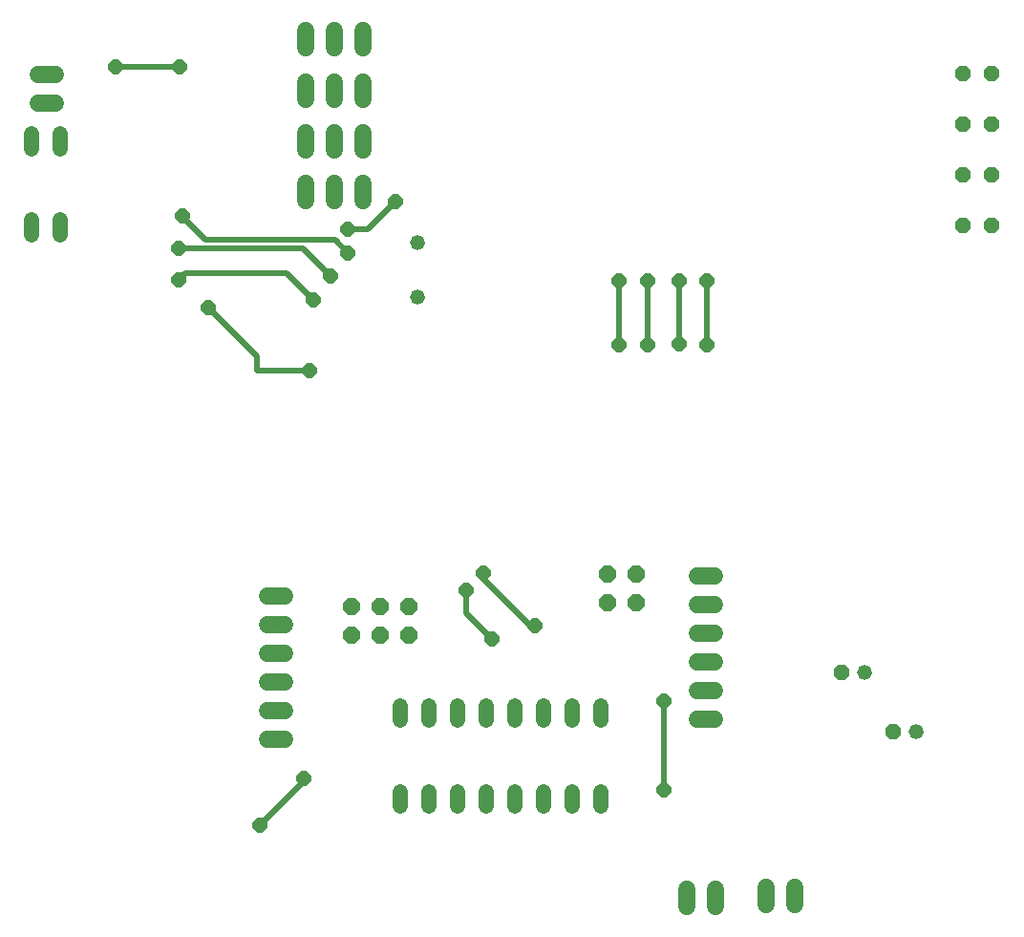
<source format=gbr>
G04 EAGLE Gerber RS-274X export*
G75*
%MOMM*%
%FSLAX34Y34*%
%LPD*%
%INTop Copper*%
%IPPOS*%
%AMOC8*
5,1,8,0,0,1.08239X$1,22.5*%
G01*
%ADD10C,1.524000*%
%ADD11P,1.429621X8X22.500000*%
%ADD12C,1.320800*%
%ADD13C,1.320800*%
%ADD14P,1.429621X8X202.500000*%
%ADD15P,1.649562X8X22.500000*%
%ADD16P,1.407107X8X22.500000*%
%ADD17C,0.508000*%


D10*
X250856Y346830D02*
X266096Y346830D01*
X266096Y321430D02*
X250856Y321430D01*
X250856Y296030D02*
X266096Y296030D01*
X266096Y270630D02*
X250856Y270630D01*
X250856Y245230D02*
X266096Y245230D01*
X266096Y219830D02*
X250856Y219830D01*
X632380Y364356D02*
X647620Y364356D01*
X647620Y338956D02*
X632380Y338956D01*
X632380Y313556D02*
X647620Y313556D01*
X647620Y288156D02*
X632380Y288156D01*
X632380Y262756D02*
X647620Y262756D01*
X647620Y237356D02*
X632380Y237356D01*
D11*
X867300Y675000D03*
X892700Y675000D03*
X867300Y720000D03*
X892700Y720000D03*
X867300Y765000D03*
X892700Y765000D03*
X867300Y810000D03*
X892700Y810000D03*
D12*
X383540Y660150D03*
X383540Y611890D03*
D13*
X67564Y742950D02*
X67564Y756158D01*
X42164Y756158D02*
X42164Y742950D01*
X42164Y679958D02*
X42164Y666750D01*
X67564Y666750D02*
X67564Y679958D01*
D10*
X284600Y832380D02*
X284600Y847620D01*
X310000Y847620D02*
X310000Y832380D01*
X335400Y832380D02*
X335400Y847620D01*
X284600Y802620D02*
X284600Y787380D01*
X310000Y787380D02*
X310000Y802620D01*
X335400Y802620D02*
X335400Y787380D01*
X284600Y757620D02*
X284600Y742380D01*
X310000Y742380D02*
X310000Y757620D01*
X335400Y757620D02*
X335400Y742380D01*
X284600Y712620D02*
X284600Y697380D01*
X310000Y697380D02*
X310000Y712620D01*
X335400Y712620D02*
X335400Y697380D01*
X647698Y87120D02*
X647698Y71880D01*
X622298Y71880D02*
X622298Y87120D01*
X62990Y783340D02*
X47750Y783340D01*
X47750Y808740D02*
X62990Y808740D01*
D13*
X369070Y173394D02*
X369070Y160186D01*
X394470Y160186D02*
X394470Y173394D01*
X521470Y173394D02*
X521470Y160186D01*
X546870Y160186D02*
X546870Y173394D01*
X419870Y173394D02*
X419870Y160186D01*
X445270Y160186D02*
X445270Y173394D01*
X496070Y173394D02*
X496070Y160186D01*
X470670Y160186D02*
X470670Y173394D01*
X546870Y236386D02*
X546870Y249594D01*
X521470Y249594D02*
X521470Y236386D01*
X496070Y236386D02*
X496070Y249594D01*
X470670Y249594D02*
X470670Y236386D01*
X445270Y236386D02*
X445270Y249594D01*
X419870Y249594D02*
X419870Y236386D01*
X394470Y236386D02*
X394470Y249594D01*
X369070Y249594D02*
X369070Y236386D01*
D14*
X805940Y226310D03*
D12*
X826260Y226310D03*
D14*
X759970Y279150D03*
D12*
X780290Y279150D03*
D15*
X552704Y340868D03*
X552704Y366268D03*
X578104Y340868D03*
X578104Y366268D03*
X325120Y311912D03*
X325120Y337312D03*
X350520Y311912D03*
X350520Y337312D03*
X375920Y311912D03*
X375920Y337312D03*
D10*
X718312Y88392D02*
X718312Y73152D01*
X692912Y73152D02*
X692912Y88392D01*
D16*
X322326Y672084D03*
D17*
X339852Y672084D01*
X364236Y696468D01*
D16*
X364236Y696468D03*
X116586Y816102D03*
D17*
X172974Y816102D01*
D16*
X172974Y816102D03*
X601980Y253746D03*
D17*
X601980Y174498D01*
D16*
X601980Y174498D03*
X244602Y143256D03*
X283464Y185166D03*
D17*
X283464Y182118D02*
X244602Y143256D01*
X283464Y182118D02*
X283464Y185166D01*
D16*
X288036Y546439D03*
D17*
X241469Y546439D01*
X241469Y559393D01*
X198120Y602742D01*
D16*
X198120Y602742D03*
X291846Y609600D03*
X172212Y627126D03*
D17*
X268224Y633222D02*
X291846Y609600D01*
X268224Y633222D02*
X178308Y633222D01*
X172212Y627126D01*
D16*
X449580Y308610D03*
D17*
X426720Y331470D01*
D16*
X426720Y352044D03*
D17*
X426720Y331470D01*
D16*
X487680Y320802D03*
D17*
X483870Y320802D01*
X442722Y361950D01*
D16*
X442722Y367284D03*
D17*
X442722Y361950D01*
D16*
X640842Y569214D03*
X640842Y626364D03*
D17*
X640842Y569214D01*
D16*
X615696Y569976D03*
X615696Y626364D03*
D17*
X615696Y569976D01*
D16*
X588264Y569214D03*
X588264Y626364D03*
D17*
X588264Y569214D01*
D16*
X562356Y569214D03*
D17*
X562356Y626364D01*
D16*
X562356Y626364D03*
X307086Y630174D03*
D17*
X281940Y655320D01*
X172974Y655320D01*
X172212Y654558D01*
D16*
X172212Y654558D03*
X322326Y650748D03*
D17*
X310896Y662178D01*
X195834Y662178D01*
X175260Y682752D01*
X175260Y683514D01*
D16*
X175260Y683514D03*
M02*

</source>
